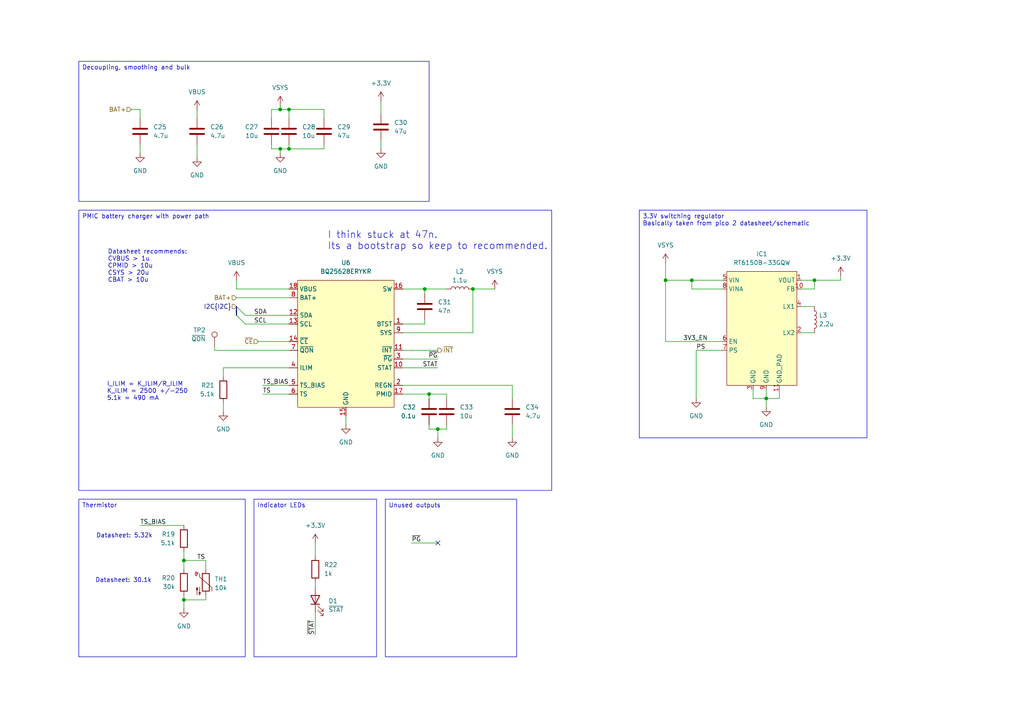
<source format=kicad_sch>
(kicad_sch (version 20250114) (generator "eeschema") (generator_version "9.0")
  (paper "A4")
  (lib_symbols
    (symbol "Connector:TestPoint" (pin_numbers (hide yes)) (pin_names (offset 0.762) (hide yes))
      (property "Reference" "TP" (at 0 6.858 0))
      (property "Value" "TestPoint" (at 0 5.08 0))
      (symbol "TestPoint_0_1"
        (circle (center 0 3.302) (radius 0.762))
      )
      (symbol "TestPoint_1_1"
        (pin passive line (at 0 0 90) (length 2.54) (name "1") (number "1"))
      )
    )
    (symbol "Device:C" (pin_numbers (hide yes)) (pin_names (offset 0.254))
      (property "Reference" "C" (at 0.635 2.54 0))
      (property "Value" "C" (at 0.635 -2.54 0))
      (symbol "C_0_1"
        (polyline (pts (xy -2.032 0.762) (xy 2.032 0.762)) (stroke (width 0.508)))
        (polyline (pts (xy -2.032 -0.762) (xy 2.032 -0.762)) (stroke (width 0.508)))
      )
      (symbol "C_1_1"
        (pin passive line (at 0 3.81 270) (length 2.794) (name "~") (number "1"))
        (pin passive line (at 0 -3.81 90) (length 2.794) (name "~") (number "2"))
      )
    )
    (symbol "Device:L" (pin_numbers (hide yes)) (pin_names (offset 1.016) (hide yes))
      (property "Reference" "L" (at -1.27 0 90))
      (property "Value" "L" (at 1.905 0 90))
      (symbol "L_0_1"
        (arc (start 0 2.54) (mid 0.6323 1.905) (end 0 1.27))
        (arc (start 0 1.27) (mid 0.6323 0.635) (end 0 0))
        (arc (start 0 0) (mid 0.6323 -0.635) (end 0 -1.27))
        (arc (start 0 -1.27) (mid 0.6323 -1.905) (end 0 -2.54))
      )
      (symbol "L_1_1"
        (pin passive line (at 0 3.81 270) (length 1.27) (name "1") (number "1"))
        (pin passive line (at 0 -3.81 90) (length 1.27) (name "2") (number "2"))
      )
    )
    (symbol "Device:LED" (pin_numbers (hide yes)) (pin_names (offset 1.016) (hide yes))
      (property "Reference" "D" (at 0 2.54 0))
      (property "Value" "LED" (at 0 -2.54 0))
      (symbol "LED_0_1"
        (polyline (pts (xy -3.048 -0.762) (xy -4.572 -2.286) (xy -3.81 -2.286) (xy -4.572 -2.286) (xy -4.572 -1.524)))
        (polyline (pts (xy -1.778 -0.762) (xy -3.302 -2.286) (xy -2.54 -2.286) (xy -3.302 -2.286) (xy -3.302 -1.524)))
        (polyline (pts (xy -1.27 0) (xy 1.27 0)))
        (polyline (pts (xy -1.27 -1.27) (xy -1.27 1.27)) (stroke (width 0.254)))
        (polyline (pts (xy 1.27 -1.27) (xy 1.27 1.27) (xy -1.27 0) (xy 1.27 -1.27)) (stroke (width 0.254)))
      )
      (symbol "LED_1_1"
        (pin passive line (at -3.81 0 0) (length 2.54) (name "K") (number "1"))
        (pin passive line (at 3.81 0 180) (length 2.54) (name "A") (number "2"))
      )
    )
    (symbol "Device:R" (pin_numbers (hide yes)) (pin_names (offset 0))
      (property "Reference" "R" (at 2.032 0 90))
      (property "Value" "R" (at 0 0 90))
      (symbol "R_0_1"
        (rectangle (start -1.016 -2.54) (end 1.016 2.54) (stroke (width 0.254)))
      )
      (symbol "R_1_1"
        (pin passive line (at 0 3.81 270) (length 1.27) (name "~") (number "1"))
        (pin passive line (at 0 -3.81 90) (length 1.27) (name "~") (number "2"))
      )
    )
    (symbol "Device:Thermistor_NTC" (pin_numbers (hide yes)) (pin_names (offset 0))
      (property "Reference" "TH" (at -4.445 0 90))
      (property "Value" "Thermistor_NTC" (at 3.175 0 90))
      (symbol "Thermistor_NTC_0_1"
        (arc (start -3.175 2.413) (mid -3.0506 2.3165) (end -3.048 2.159))
        (arc (start -3.048 2.794) (mid -2.9736 2.9736) (end -2.794 3.048))
        (arc (start -2.794 3.048) (mid -2.6144 2.9736) (end -2.54 2.794))
        (arc (start -2.794 2.54) (mid -2.9736 2.6144) (end -3.048 2.794))
        (arc (start -2.794 1.905) (mid -2.9736 1.9794) (end -3.048 2.159))
        (arc (start -2.54 2.159) (mid -2.6144 1.9794) (end -2.794 1.905))
        (arc (start -2.159 2.794) (mid -2.434 2.5608) (end -2.794 2.54))
        (polyline (pts (xy -2.54 2.159) (xy -2.54 2.794)))
        (polyline (pts (xy -2.54 -3.683) (xy -2.54 -1.397) (xy -2.794 -2.159) (xy -2.286 -2.159) (xy -2.54 -1.397) (xy -2.54 -1.651)) (fill (type outline)))
        (polyline (pts (xy -1.778 2.54) (xy -1.778 1.524) (xy 1.778 -1.524) (xy 1.778 -2.54)))
        (polyline (pts (xy -1.778 -1.397) (xy -1.778 -3.683) (xy -2.032 -2.921) (xy -1.524 -2.921) (xy -1.778 -3.683) (xy -1.778 -3.429)) (fill (type outline)))
        (rectangle (start -1.016 2.54) (end 1.016 -2.54) (stroke (width 0.254)))
      )
      (symbol "Thermistor_NTC_1_1"
        (pin passive line (at 0 3.81 270) (length 1.27) (name "~") (number "1"))
        (pin passive line (at 0 -3.81 90) (length 1.27) (name "~") (number "2"))
      )
    )
    (symbol "picowalker:BQ25628ERYKR"
      (property "Reference" "U" (at 0 3.81 0))
      (property "Value" "BQ25628ERYKR" (at 0 1.27 0))
      (symbol "BQ25628ERYKR_1_1"
        (rectangle (start -13.97 -1.27) (end 13.97 -38.1) (fill (type background)))
        (pin passive line (at -16.51 -3.81 0) (length 2.54) (name "VBUS") (number "18"))
        (pin passive line (at -16.51 -6.35 0) (length 2.54) (name "BAT+") (number "8"))
        (pin passive line (at -16.51 -11.43 0) (length 2.54) (name "SDA") (number "12"))
        (pin passive line (at -16.51 -13.97 0) (length 2.54) (name "SCL") (number "13"))
        (pin passive line (at -16.51 -19.05 0) (length 2.54) (name "~{CE}") (number "14"))
        (pin passive line (at -16.51 -21.59 0) (length 2.54) (name "~{QON}") (number "7"))
        (pin passive line (at -16.51 -26.67 0) (length 2.54) (name "ILIM") (number "4"))
        (pin passive line (at -16.51 -31.75 0) (length 2.54) (name "TS_BIAS") (number "5"))
        (pin passive line (at -16.51 -34.29 0) (length 2.54) (name "TS") (number "6"))
        (pin passive line (at 0 -40.64 90) (length 2.54) (name "GND") (number "15"))
        (pin passive line (at 16.51 -3.81 180) (length 2.54) (name "SW") (number "16"))
        (pin passive line (at 16.51 -13.97 180) (length 2.54) (name "BTST") (number "1"))
        (pin passive line (at 16.51 -16.51 180) (length 2.54) (name "SYS") (number "9"))
        (pin passive line (at 16.51 -21.59 180) (length 2.54) (name "~{INT}") (number "11"))
        (pin passive line (at 16.51 -24.13 180) (length 2.54) (name "~{PG}") (number "3"))
        (pin passive line (at 16.51 -26.67 180) (length 2.54) (name "STAT") (number "10"))
        (pin passive line (at 16.51 -31.75 180) (length 2.54) (name "REGN") (number "2"))
        (pin passive line (at 16.51 -34.29 180) (length 2.54) (name "PMID") (number "17"))
      )
    )
    (symbol "picowalker:RT6150B-33GQW"
      (property "Reference" "IC" (at 0 3.81 0))
      (property "Value" "RT6150B-33GQW" (at 0 1.778 0))
      (symbol "RT6150B-33GQW_1_1"
        (rectangle (start -10.16 -1.27) (end 10.16 -34.29) (fill (type background)))
        (pin power_in line (at -11.43 -3.81 0) (length 1.27) (name "VIN") (number "5"))
        (pin power_in line (at -11.43 -6.35 0) (length 1.27) (name "VINA") (number "8"))
        (pin input line (at -11.43 -21.59 0) (length 1.27) (name "EN") (number "6"))
        (pin input line (at -11.43 -24.13 0) (length 1.27) (name "PS") (number "7"))
        (pin passive line (at -2.54 -35.56 90) (length 1.27) (name "GND") (number "3"))
        (pin passive line (at 1.27 -35.56 90) (length 1.27) (name "GND") (number "9"))
        (pin passive line (at 5.08 -35.56 90) (length 1.27) (name "GND_PAD") (number "11"))
        (pin power_out line (at 11.43 -3.81 180) (length 1.27) (name "VOUT") (number "1"))
        (pin input line (at 11.43 -6.35 180) (length 1.27) (name "FB") (number "10"))
        (pin passive line (at 11.43 -11.43 180) (length 1.27) (name "LX1") (number "4"))
        (pin passive line (at 11.43 -19.05 180) (length 1.27) (name "LX2") (number "2"))
      )
    )
    (symbol "picowalker:VSYS" (power) (pin_numbers (hide yes)) (pin_names (offset 0) (hide yes))
      (property "Value" "VSYS" (at 0 3.556 0))
      (symbol "VSYS_0_1"
        (polyline (pts (xy -0.762 1.27) (xy 0 2.54)))
        (polyline (pts (xy 0 2.54) (xy 0.762 1.27)))
        (polyline (pts (xy 0 0) (xy 0 2.54)))
      )
      (symbol "VSYS_1_1"
        (pin power_in line (at 0 0 90) (length 0) (name "~") (number "1"))
      )
    )
    (symbol "power:+3.3V" (power) (pin_numbers (hide yes)) (pin_names (offset 0) (hide yes))
      (property "Value" "+3.3V" (at 0 3.556 0))
      (symbol "+3.3V_0_1"
        (polyline (pts (xy -0.762 1.27) (xy 0 2.54)))
        (polyline (pts (xy 0 2.54) (xy 0.762 1.27)))
        (polyline (pts (xy 0 0) (xy 0 2.54)))
      )
      (symbol "+3.3V_1_1"
        (pin power_in line (at 0 0 90) (length 0) (name "~") (number "1"))
      )
    )
    (symbol "power:GND" (power) (pin_numbers (hide yes)) (pin_names (offset 0) (hide yes))
      (property "Value" "GND" (at 0 -3.81 0))
      (symbol "GND_0_1"
        (polyline (pts (xy 0 0) (xy 0 -1.27) (xy 1.27 -1.27) (xy 0 -2.54) (xy -1.27 -1.27) (xy 0 -1.27)))
      )
      (symbol "GND_1_1"
        (pin power_in line (at 0 0 270) (length 0) (name "~") (number "1"))
      )
    )
    (symbol "power:VBUS" (power) (pin_numbers (hide yes)) (pin_names (offset 0) (hide yes))
      (property "Value" "VBUS" (at 0 3.556 0))
      (symbol "VBUS_0_1"
        (polyline (pts (xy -0.762 1.27) (xy 0 2.54)))
        (polyline (pts (xy 0 2.54) (xy 0.762 1.27)))
        (polyline (pts (xy 0 0) (xy 0 2.54)))
      )
      (symbol "VBUS_1_1"
        (pin power_in line (at 0 0 90) (length 0) (name "~") (number "1"))
      )
    )
  )
  (text "Datasheet recommends:\nCVBUS > 1u\nCPMID > 10u\nCSYS > 20u\nCBAT > 10u" (at 31.242 77.216 0) (effects (font (size 1.27 1.27)) (justify left)))
  (text "I_ILIM = K_ILIM/R_ILIM\nK_ILIM = 2500 +/-250\n5.1k = 490 mA" (at 30.988 113.538 0) (effects (font (size 1.27 1.27)) (justify left)))
  (text "I think stuck at 47n.\nIts a bootstrap so keep to recommended." (at 94.996 69.85 0) (effects (font (size 2 2)) (justify left)))
  (text "Datasheet: 5.32k" (at 36.068 155.448 0) (effects (font (size 1.27 1.27))))
  (text "Datasheet: 30.1k" (at 35.814 168.402 0) (effects (font (size 1.27 1.27))))
  (text_box "Thermistor" (at 22.86 144.78 0) (size 48.26 45.72) (margins 0.9525 0.9525 0.9525 0.9525) (effects (font (size 1.27 1.27)) (justify left top)))
  (text_box "PMIC battery charger with power path" (at 22.86 60.96 0) (size 137.16 81.28) (margins 0.9525 0.9525 0.9525 0.9525) (effects (font (size 1.27 1.27)) (justify left top)))
  (text_box "Indicator LEDs" (at 73.66 144.78 0) (size 35.56 45.72) (margins 0.9525 0.9525 0.9525 0.9525) (effects (font (size 1.27 1.27)) (justify left top)))
  (text_box "Unused outputs" (at 111.76 144.78 0) (size 38.1 45.72) (margins 0.9525 0.9525 0.9525 0.9525) (effects (font (size 1.27 1.27)) (justify left top)))
  (text_box "Decoupling, smoothing and bulk" (at 22.86 17.78 0) (size 101.6 40.64) (margins 0.9525 0.9525 0.9525 0.9525) (effects (font (size 1.27 1.27)) (justify left top)))
  (text_box "3.3V switching regulator\nBasically taken from pico 2 datasheet/schematic" (at 185.42 60.96 0) (size 66.04 66.04) (margins 0.9525 0.9525 0.9525 0.9525) (effects (font (size 1.27 1.27)) (justify left top)))
  (junction (at 81.28 31.75))
  (junction (at 193.04 81.28))
  (junction (at 236.22 81.28))
  (junction (at 81.28 43.18))
  (junction (at 127 124.46))
  (junction (at 53.34 173.99))
  (junction (at 137.16 83.82))
  (junction (at 83.82 43.18))
  (junction (at 200.66 81.28))
  (junction (at 124.46 114.3))
  (junction (at 222.25 115.57))
  (junction (at 53.34 162.56))
  (junction (at 83.82 31.75))
  (junction (at 123.19 83.82))
  (no_connect (at 127 157.48))
  (bus_entry (at 68.58 91.44) (size 2.54 2.54))
  (bus_entry (at 68.58 88.9) (size 2.54 2.54))
  (wire (pts (xy 83.82 34.29) (xy 83.82 31.75)))
  (wire (pts (xy 68.58 86.36) (xy 83.82 86.36)))
  (wire (pts (xy 116.84 93.98) (xy 123.19 93.98)))
  (wire (pts (xy 119.38 157.48) (xy 127 157.48)))
  (wire (pts (xy 64.77 116.84) (xy 64.77 119.38)))
  (wire (pts (xy 201.93 101.6) (xy 209.55 101.6)))
  (wire (pts (xy 148.59 111.76) (xy 148.59 115.57)))
  (wire (pts (xy 40.64 41.91) (xy 40.64 44.45)))
  (wire (pts (xy 76.2 114.3) (xy 83.82 114.3)))
  (wire (pts (xy 71.12 91.44) (xy 83.82 91.44)))
  (wire (pts (xy 74.93 99.06) (xy 83.82 99.06)))
  (wire (pts (xy 193.04 81.28) (xy 193.04 99.06)))
  (wire (pts (xy 124.46 124.46) (xy 127 124.46)))
  (wire (pts (xy 81.28 31.75) (xy 81.28 30.48)))
  (wire (pts (xy 124.46 114.3) (xy 124.46 115.57)))
  (wire (pts (xy 200.66 83.82) (xy 200.66 81.28)))
  (wire (pts (xy 91.44 157.48) (xy 91.44 161.29)))
  (wire (pts (xy 57.15 31.75) (xy 57.15 34.29)))
  (wire (pts (xy 59.69 173.99) (xy 53.34 173.99)))
  (wire (pts (xy 78.74 41.91) (xy 78.74 43.18)))
  (wire (pts (xy 91.44 168.91) (xy 91.44 170.18)))
  (wire (pts (xy 236.22 83.82) (xy 236.22 81.28)))
  (wire (pts (xy 40.64 152.4) (xy 53.34 152.4)))
  (wire (pts (xy 81.28 43.18) (xy 81.28 44.45)))
  (wire (pts (xy 83.82 106.68) (xy 64.77 106.68)))
  (wire (pts (xy 226.06 113.03) (xy 226.06 115.57)))
  (wire (pts (xy 129.54 114.3) (xy 129.54 115.57)))
  (wire (pts (xy 53.34 162.56) (xy 53.34 165.1)))
  (wire (pts (xy 78.74 34.29) (xy 78.74 31.75)))
  (wire (pts (xy 78.74 31.75) (xy 81.28 31.75)))
  (wire (pts (xy 129.54 123.19) (xy 129.54 124.46)))
  (wire (pts (xy 83.82 43.18) (xy 81.28 43.18)))
  (wire (pts (xy 93.98 43.18) (xy 83.82 43.18)))
  (wire (pts (xy 226.06 115.57) (xy 222.25 115.57)))
  (wire (pts (xy 137.16 96.52) (xy 116.84 96.52)))
  (wire (pts (xy 53.34 173.99) (xy 53.34 176.53)))
  (wire (pts (xy 62.23 101.6) (xy 62.23 100.33)))
  (wire (pts (xy 232.41 81.28) (xy 236.22 81.28)))
  (wire (pts (xy 116.84 83.82) (xy 123.19 83.82)))
  (wire (pts (xy 123.19 83.82) (xy 129.54 83.82)))
  (wire (pts (xy 137.16 83.82) (xy 137.16 96.52)))
  (wire (pts (xy 123.19 83.82) (xy 123.19 85.09)))
  (wire (pts (xy 100.33 120.65) (xy 100.33 123.19)))
  (wire (pts (xy 236.22 81.28) (xy 243.84 81.28)))
  (wire (pts (xy 243.84 81.28) (xy 243.84 80.01)))
  (wire (pts (xy 123.19 93.98) (xy 123.19 92.71)))
  (wire (pts (xy 232.41 83.82) (xy 236.22 83.82)))
  (wire (pts (xy 222.25 113.03) (xy 222.25 115.57)))
  (bus (pts (xy 68.58 88.9) (xy 68.58 91.44)))
  (wire (pts (xy 201.93 101.6) (xy 201.93 115.57)))
  (wire (pts (xy 116.84 106.68) (xy 127 106.68)))
  (wire (pts (xy 83.82 41.91) (xy 83.82 43.18)))
  (wire (pts (xy 193.04 81.28) (xy 200.66 81.28)))
  (wire (pts (xy 222.25 115.57) (xy 222.25 118.11)))
  (wire (pts (xy 116.84 104.14) (xy 127 104.14)))
  (wire (pts (xy 193.04 99.06) (xy 209.55 99.06)))
  (wire (pts (xy 83.82 83.82) (xy 68.58 83.82)))
  (wire (pts (xy 200.66 81.28) (xy 209.55 81.28)))
  (wire (pts (xy 59.69 162.56) (xy 59.69 165.1)))
  (wire (pts (xy 91.44 177.8) (xy 91.44 184.15)))
  (wire (pts (xy 38.1 31.75) (xy 40.64 31.75)))
  (wire (pts (xy 93.98 41.91) (xy 93.98 43.18)))
  (wire (pts (xy 116.84 111.76) (xy 148.59 111.76)))
  (wire (pts (xy 53.34 162.56) (xy 59.69 162.56)))
  (wire (pts (xy 129.54 124.46) (xy 127 124.46)))
  (wire (pts (xy 137.16 83.82) (xy 143.51 83.82)))
  (wire (pts (xy 232.41 88.9) (xy 236.22 88.9)))
  (wire (pts (xy 57.15 41.91) (xy 57.15 45.72)))
  (wire (pts (xy 127 124.46) (xy 127 127)))
  (wire (pts (xy 116.84 114.3) (xy 124.46 114.3)))
  (wire (pts (xy 110.49 29.21) (xy 110.49 33.02)))
  (wire (pts (xy 83.82 101.6) (xy 62.23 101.6)))
  (wire (pts (xy 218.44 113.03) (xy 218.44 115.57)))
  (wire (pts (xy 218.44 115.57) (xy 222.25 115.57)))
  (wire (pts (xy 193.04 76.2) (xy 193.04 81.28)))
  (wire (pts (xy 53.34 172.72) (xy 53.34 173.99)))
  (wire (pts (xy 110.49 40.64) (xy 110.49 43.18)))
  (wire (pts (xy 53.34 160.02) (xy 53.34 162.56)))
  (wire (pts (xy 59.69 172.72) (xy 59.69 173.99)))
  (wire (pts (xy 68.58 83.82) (xy 68.58 81.28)))
  (wire (pts (xy 76.2 111.76) (xy 83.82 111.76)))
  (wire (pts (xy 124.46 123.19) (xy 124.46 124.46)))
  (wire (pts (xy 83.82 31.75) (xy 81.28 31.75)))
  (wire (pts (xy 148.59 123.19) (xy 148.59 127)))
  (wire (pts (xy 116.84 101.6) (xy 127 101.6)))
  (wire (pts (xy 78.74 43.18) (xy 81.28 43.18)))
  (wire (pts (xy 40.64 31.75) (xy 40.64 34.29)))
  (wire (pts (xy 71.12 93.98) (xy 83.82 93.98)))
  (wire (pts (xy 93.98 31.75) (xy 83.82 31.75)))
  (wire (pts (xy 209.55 83.82) (xy 200.66 83.82)))
  (wire (pts (xy 124.46 114.3) (xy 129.54 114.3)))
  (wire (pts (xy 232.41 96.52) (xy 236.22 96.52)))
  (wire (pts (xy 64.77 106.68) (xy 64.77 109.22)))
  (wire (pts (xy 93.98 34.29) (xy 93.98 31.75)))
  (label "~{PG}" (at 119.38 157.48 0))
  (label "~{PG}" (at 127 104.14 180))
  (label "TS" (at 57.15 162.56 0))
  (label "TS_BIAS" (at 40.64 152.4 0))
  (label "PS" (at 201.93 101.6 0))
  (label "~{STAT}" (at 91.44 184.15 90))
  (label "STAT" (at 127 106.68 180))
  (label "SDA" (at 73.66 91.44 0))
  (label "TS" (at 76.2 114.3 0))
  (label "TS_BIAS" (at 76.2 111.76 0))
  (label "3V3_EN" (at 198.12 99.06 0))
  (label "SCL" (at 73.66 93.98 0))
  (hierarchical_label "BAT+" (shape input) (at 68.58 86.36 180))
  (hierarchical_label "I2C{I2C}" (shape input) (at 68.58 88.9 180))
  (hierarchical_label "BAT+" (shape input) (at 38.1 31.75 180))
  (hierarchical_label "~{INT}" (shape output) (at 127 101.6 0))
  (hierarchical_label "~{CE}" (shape input) (at 74.93 99.06 180))
  (symbol (lib_id "Device:R") (at 53.34 168.91 0) (mirror y) (unit 1)
    (property "Reference" "R20" (at 50.8 167.6399 0) (effects (justify left)))
    (property "Value" "30k" (at 50.8 170.1799 0) (effects (justify left)))
    (property "Footprint" "Resistor_SMD:R_0603_1608Metric" (effects (hide yes)))
    (property "Description" "Resistor" (effects (hide yes)))
  )
  (symbol (lib_id "Device:L") (at 133.35 83.82 90) (unit 1)
    (property "Reference" "L2" (at 133.35 78.74 90))
    (property "Value" "1.1u" (at 133.35 81.28 90))
    (property "Footprint" "Inductor_SMD:L_0402_1005Metric" (effects (hide yes)))
    (property "Description" "Inductor" (effects (hide yes)))
  )
  (symbol (lib_id "Device:C") (at 123.19 88.9 0) (unit 1)
    (property "Reference" "C31" (at 127 87.6299 0) (effects (justify left)))
    (property "Value" "47n" (at 127 90.1699 0) (effects (justify left)))
    (property "Footprint" "Capacitor_SMD:C_0402_1005Metric" (effects (hide yes)))
    (property "Description" "Unpolarized capacitor" (effects (hide yes)))
  )
  (symbol (lib_id "power:VBUS") (at 57.15 31.75 0) (unit 1)
    (property "Reference" "#PWR057" (effects (hide yes)))
    (property "Value" "VBUS" (at 57.15 26.67 0))
    (property "Description" "Power symbol creates a global label with name \"VBUS\"" (effects (hide yes)))
  )
  (symbol (lib_id "Device:C") (at 78.74 38.1 0) (unit 1)
    (property "Reference" "C27" (at 74.93 36.8299 0) (effects (justify right)))
    (property "Value" "10u" (at 74.93 39.3699 0) (effects (justify right)))
    (property "Footprint" "Capacitor_SMD:C_0603_1608Metric" (effects (hide yes)))
    (property "Description" "Unpolarized capacitor" (effects (hide yes)))
  )
  (symbol (lib_id "Device:L") (at 236.22 92.71 0) (unit 1)
    (property "Reference" "L3" (at 237.49 91.4399 0) (effects (justify left)))
    (property "Value" "2.2u" (at 237.49 93.9799 0) (effects (justify left)))
    (property "Footprint" "Inductor_SMD:L_0805_2012Metric" (effects (hide yes)))
    (property "Description" "Inductor" (effects (hide yes)))
  )
  (symbol (lib_id "power:GND") (at 148.59 127 0) (unit 1)
    (property "Reference" "#PWR069" (effects (hide yes)))
    (property "Value" "GND" (at 148.59 132.08 0))
    (property "Description" "Power symbol creates a global label with name \"GND\" , ground" (effects (hide yes)))
  )
  (symbol (lib_id "Device:R") (at 53.34 156.21 0) (mirror y) (unit 1)
    (property "Reference" "R19" (at 50.8 154.9399 0) (effects (justify left)))
    (property "Value" "5.1k" (at 50.8 157.4799 0) (effects (justify left)))
    (property "Footprint" "Resistor_SMD:R_0402_1005Metric" (effects (hide yes)))
    (property "Description" "Resistor" (effects (hide yes)))
  )
  (symbol (lib_id "power:+3.3V") (at 91.44 157.48 0) (unit 1)
    (property "Reference" "#PWR063" (effects (hide yes)))
    (property "Value" "+3.3V" (at 91.44 152.4 0))
    (property "Description" "Power symbol creates a global label with name \"+3.3V\"" (effects (hide yes)))
  )
  (symbol (lib_id "power:GND") (at 57.15 45.72 0) (unit 1)
    (property "Reference" "#PWR058" (effects (hide yes)))
    (property "Value" "GND" (at 57.15 50.8 0))
    (property "Description" "Power symbol creates a global label with name \"GND\" , ground" (effects (hide yes)))
  )
  (symbol (lib_id "power:+3.3V") (at 243.84 80.01 0) (unit 1)
    (property "Reference" "#PWR073" (effects (hide yes)))
    (property "Value" "+3.3V" (at 243.84 74.93 0))
    (property "Description" "Power symbol creates a global label with name \"+3.3V\"" (effects (hide yes)))
  )
  (symbol (lib_id "Device:Thermistor_NTC") (at 59.69 168.91 0) (unit 1)
    (property "Reference" "TH1" (at 62.23 167.9574 0) (effects (justify left)))
    (property "Value" "10k" (at 62.23 170.4974 0) (effects (justify left)))
    (property "Footprint" "picowalker:R_0402_1005Metric_Sunken" (effects (hide yes)))
    (property "Description" "Temperature dependent resistor, negative temperature coefficient" (effects (hide yes)))
  )
  (symbol (lib_id "Connector:TestPoint") (at 62.23 100.33 0) (unit 1) (in_bom no)
    (property "Reference" "TP2" (at 59.69 95.7579 0) (effects (justify right)))
    (property "Value" "~{QON}" (at 59.69 98.2979 0) (effects (justify right)))
    (property "Footprint" "TestPoint:TestPoint_Pad_1.0x1.0mm" (effects (hide yes)))
    (property "Description" "test point" (effects (hide yes)))
  )
  (symbol (lib_id "Device:C") (at 40.64 38.1 0) (unit 1)
    (property "Reference" "C25" (at 44.45 36.8299 0) (effects (justify left)))
    (property "Value" "4.7u" (at 44.45 39.3699 0) (effects (justify left)))
    (property "Footprint" "Capacitor_SMD:C_0402_1005Metric" (effects (hide yes)))
    (property "Description" "Unpolarized capacitor" (effects (hide yes)))
  )
  (symbol (lib_id "power:GND") (at 127 127 0) (unit 1)
    (property "Reference" "#PWR067" (effects (hide yes)))
    (property "Value" "GND" (at 127 132.08 0))
    (property "Description" "Power symbol creates a global label with name \"GND\" , ground" (effects (hide yes)))
  )
  (symbol (lib_id "picowalker:VSYS") (at 143.51 83.82 0) (unit 1)
    (property "Reference" "#PWR068" (effects (hide yes)))
    (property "Value" "VSYS" (at 143.51 78.74 0))
    (property "Description" "Power symbol creates a global label with name \"VSYS\"" (effects (hide yes)))
  )
  (symbol (lib_id "picowalker:RT6150B-33GQW") (at 220.98 77.47 0) (unit 1)
    (property "Reference" "IC1" (at 220.98 73.66 0))
    (property "Value" "RT6150B-33GQW" (at 220.98 76.2 0))
    (property "Footprint" "picowalker:SON50P250X250X80-11N-D" (effects (hide yes)))
  )
  (symbol (lib_id "power:GND") (at 110.49 43.18 0) (unit 1)
    (property "Reference" "#PWR066" (effects (hide yes)))
    (property "Value" "GND" (at 110.49 48.26 0))
    (property "Description" "Power symbol creates a global label with name \"GND\" , ground" (effects (hide yes)))
  )
  (symbol (lib_id "power:GND") (at 81.28 44.45 0) (unit 1)
    (property "Reference" "#PWR062" (effects (hide yes)))
    (property "Value" "GND" (at 81.28 49.53 0))
    (property "Description" "Power symbol creates a global label with name \"GND\" , ground" (effects (hide yes)))
  )
  (symbol (lib_id "power:GND") (at 222.25 118.11 0) (unit 1)
    (property "Reference" "#PWR072" (effects (hide yes)))
    (property "Value" "GND" (at 222.25 123.19 0))
    (property "Description" "Power symbol creates a global label with name \"GND\" , ground" (effects (hide yes)))
  )
  (symbol (lib_id "power:GND") (at 201.93 115.57 0) (unit 1)
    (property "Reference" "#PWR071" (effects (hide yes)))
    (property "Value" "GND" (at 201.93 120.65 0))
    (property "Description" "Power symbol creates a global label with name \"GND\" , ground" (effects (hide yes)))
  )
  (symbol (lib_id "Device:C") (at 110.49 36.83 0) (unit 1)
    (property "Reference" "C30" (at 114.3 35.5599 0) (effects (justify left)))
    (property "Value" "47u" (at 114.3 38.0999 0) (effects (justify left)))
    (property "Footprint" "Capacitor_SMD:C_0805_2012Metric" (effects (hide yes)))
    (property "Description" "Unpolarized capacitor" (effects (hide yes)))
  )
  (symbol (lib_id "Device:C") (at 57.15 38.1 0) (unit 1)
    (property "Reference" "C26" (at 60.96 36.8299 0) (effects (justify left)))
    (property "Value" "4.7u" (at 60.96 39.3699 0) (effects (justify left)))
    (property "Footprint" "Capacitor_SMD:C_0402_1005Metric" (effects (hide yes)))
    (property "Description" "Unpolarized capacitor" (effects (hide yes)))
  )
  (symbol (lib_id "Device:LED") (at 91.44 173.99 90) (unit 1)
    (property "Reference" "D1" (at 95.25 174.3074 90) (effects (justify right)))
    (property "Value" "~{STAT}" (at 95.25 176.8474 90) (effects (justify right)))
    (property "Footprint" "LED_SMD:LED_0402_1005Metric" (effects (hide yes)))
    (property "Description" "Light emitting diode" (effects (hide yes)))
    (property "Sim.Pins" "1=K 2=A" (effects (hide yes)))
  )
  (symbol (lib_id "Device:C") (at 129.54 119.38 0) (unit 1)
    (property "Reference" "C33" (at 133.35 118.1099 0) (effects (justify left)))
    (property "Value" "10u" (at 133.35 120.6499 0) (effects (justify left)))
    (property "Footprint" "Capacitor_SMD:C_0603_1608Metric" (effects (hide yes)))
    (property "Description" "Unpolarized capacitor" (effects (hide yes)))
  )
  (symbol (lib_id "picowalker:VSYS") (at 81.28 30.48 0) (unit 1)
    (property "Reference" "#PWR061" (effects (hide yes)))
    (property "Value" "VSYS" (at 81.28 25.4 0))
    (property "Description" "Power symbol creates a global label with name \"VSYS\"" (effects (hide yes)))
  )
  (symbol (lib_id "power:GND") (at 53.34 176.53 0) (unit 1)
    (property "Reference" "#PWR056" (effects (hide yes)))
    (property "Value" "GND" (at 53.34 181.61 0))
  )
  (symbol (lib_id "picowalker:BQ25628ERYKR") (at 100.33 80.01 0) (unit 1)
    (property "Reference" "U6" (at 100.33 76.2 0))
    (property "Value" "BQ25628ERYKR" (at 100.33 78.74 0))
    (property "Footprint" "picowalker:BQ25628ERYKR" (effects (hide yes)))
  )
  (symbol (lib_id "power:GND") (at 40.64 44.45 0) (unit 1)
    (property "Reference" "#PWR055" (effects (hide yes)))
    (property "Value" "GND" (at 40.64 49.53 0))
    (property "Description" "Power symbol creates a global label with name \"GND\" , ground" (effects (hide yes)))
  )
  (symbol (lib_id "Device:R") (at 91.44 165.1 0) (mirror y) (unit 1)
    (property "Reference" "R22" (at 93.98 163.8299 0) (effects (justify right)))
    (property "Value" "1k" (at 93.98 166.3699 0) (effects (justify right)))
    (property "Footprint" "Resistor_SMD:R_0402_1005Metric" (effects (hide yes)))
    (property "Description" "Resistor" (effects (hide yes)))
  )
  (symbol (lib_id "power:GND") (at 64.77 119.38 0) (unit 1)
    (property "Reference" "#PWR059" (effects (hide yes)))
    (property "Value" "GND" (at 64.77 124.46 0))
    (property "Description" "Power symbol creates a global label with name \"GND\" , ground" (effects (hide yes)))
  )
  (symbol (lib_id "power:GND") (at 100.33 123.19 0) (unit 1)
    (property "Reference" "#PWR064" (effects (hide yes)))
    (property "Value" "GND" (at 100.33 128.27 0))
    (property "Description" "Power symbol creates a global label with name \"GND\" , ground" (effects (hide yes)))
  )
  (symbol (lib_id "power:+3.3V") (at 110.49 29.21 0) (unit 1)
    (property "Reference" "#PWR065" (effects (hide yes)))
    (property "Value" "+3.3V" (at 110.49 24.13 0))
    (property "Description" "Power symbol creates a global label with name \"+3.3V\"" (effects (hide yes)))
  )
  (symbol (lib_id "Device:C") (at 148.59 119.38 0) (unit 1)
    (property "Reference" "C34" (at 152.4 118.1099 0) (effects (justify left)))
    (property "Value" "4.7u" (at 152.4 120.6499 0) (effects (justify left)))
    (property "Footprint" "Capacitor_SMD:C_0402_1005Metric" (effects (hide yes)))
    (property "Description" "Unpolarized capacitor" (effects (hide yes)))
  )
  (symbol (lib_id "picowalker:VSYS") (at 193.04 76.2 0) (unit 1)
    (property "Reference" "#PWR070" (effects (hide yes)))
    (property "Value" "VSYS" (at 193.04 71.12 0))
    (property "Description" "Power symbol creates a global label with name \"VSYS\"" (effects (hide yes)))
  )
  (symbol (lib_id "Device:R") (at 64.77 113.03 0) (unit 1)
    (property "Reference" "R21" (at 62.23 111.7599 0) (effects (justify right)))
    (property "Value" "5.1k" (at 62.23 114.2999 0) (effects (justify right)))
    (property "Footprint" "Resistor_SMD:R_0402_1005Metric" (effects (hide yes)))
    (property "Description" "Resistor" (effects (hide yes)))
  )
  (symbol (lib_id "Device:C") (at 93.98 38.1 0) (unit 1)
    (property "Reference" "C29" (at 97.79 36.8299 0) (effects (justify left)))
    (property "Value" "47u" (at 97.79 39.3699 0) (effects (justify left)))
    (property "Footprint" "Capacitor_SMD:C_0805_2012Metric" (effects (hide yes)))
    (property "Description" "Unpolarized capacitor" (effects (hide yes)))
  )
  (symbol (lib_id "power:VBUS") (at 68.58 81.28 0) (unit 1)
    (property "Reference" "#PWR060" (effects (hide yes)))
    (property "Value" "VBUS" (at 68.58 76.2 0))
    (property "Description" "Power symbol creates a global label with name \"VBUS\"" (effects (hide yes)))
  )
  (symbol (lib_id "Device:C") (at 83.82 38.1 0) (mirror y) (unit 1)
    (property "Reference" "C28" (at 87.63 36.8299 0) (effects (justify right)))
    (property "Value" "10u" (at 87.63 39.3699 0) (effects (justify right)))
    (property "Footprint" "Capacitor_SMD:C_0603_1608Metric" (effects (hide yes)))
    (property "Description" "Unpolarized capacitor" (effects (hide yes)))
  )
  (symbol (lib_id "Device:C") (at 124.46 119.38 0) (mirror y) (unit 1)
    (property "Reference" "C32" (at 120.65 118.1099 0) (effects (justify left)))
    (property "Value" "0.1u" (at 120.65 120.6499 0) (effects (justify left)))
    (property "Footprint" "Capacitor_SMD:C_0402_1005Metric" (effects (hide yes)))
    (property "Description" "Unpolarized capacitor" (effects (hide yes)))
  )
)
</source>
